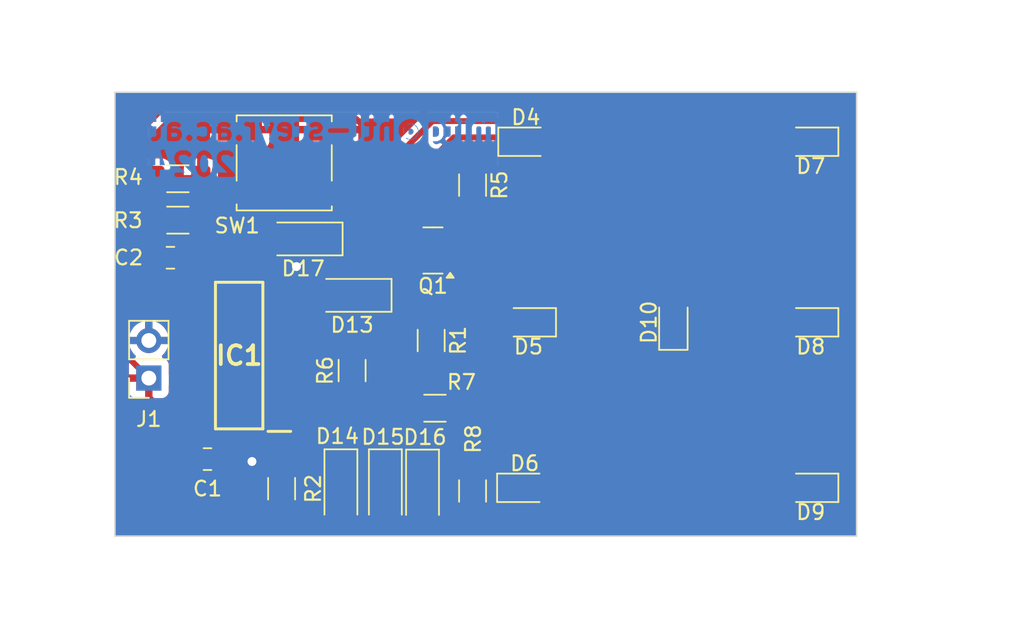
<source format=kicad_pcb>
(kicad_pcb (version 20240108) (generator "pcbnew") (generator_version "8.0")
  (layers (0 "F.Cu" signal) (31 "B.Cu" signal) (34 "B.Paste" user) (35 "F.Paste" user) (36 "B.SilkS" user "B.Silkscreen") (37 "F.SilkS" user "F.Silkscreen") (38 "B.Mask" user) (39 "F.Mask" user) (44 "Edge.Cuts" user))
  (net 0 "")
  (net 1 "+5V")
  (net 2 "GND")
  (net 3 "Net-(IC1-~{[Oslash]O})")
  (net 4 "Net-(C2-Pad2)")
  (net 5 "Net-(D4-K)")
  (net 6 "Net-(D5-K)")
  (net 7 "Net-(D15-K)")
  (net 8 "Net-(D6-K)")
  (net 9 "Net-(D6-A)")
  (net 10 "Net-(D8-K)")
  (net 11 "Net-(D9-K)")
  (net 12 "Net-(D10-K)")
  (net 13 "Net-(D10-A)")
  (net 14 "Net-(D13-A)")
  (net 15 "Net-(D14-K)")
  (net 16 "Net-(D14-A)")
  (net 17 "Net-(D16-A)")
  (net 22 "Net-(IC1-[Oslash]O)")
  (net 26 "Net-(Q1-B)")
  (footprint "Resistor_SMD:R_1206_3216Metric_Pad1.30x1.75mm_HandSolder" (layer "F.Cu") (at 212.09 62.992 -90)
    (property "Reference" "R1" (at 0 -1.82 -90) (layer "F.SilkS"))
    (property "Value" "470k")
    (fp_line (start -0.727064 0.91) (end 0.727064 0.91) (stroke (width 0.12)) (layer "F.SilkS"))
    (fp_line (start -0.727064 -0.91) (end 0.727064 -0.91) (stroke (width 0.12)) (layer "F.SilkS"))
    (pad "1" smd roundrect (at -1.55 0 270) (size 1.3 1.75) (layers "F.Cu" "F.Paste" "F.Mask") (roundrect_rratio 0.192308) (net 26 "Net-(Q1-B)"))
    (pad "2" smd roundrect (at 1.55 0 270) (size 1.3 1.75) (layers "F.Cu" "F.Paste" "F.Mask") (roundrect_rratio 0.192308) (net 7 "Net-(D15-K)"))
  )
  (footprint "LED_SMD:LED_0805_2012Metric_Pad1.15x1.40mm_HandSolder" (layer "F.Cu") (at 218.398827 72.939173)
    (property "Reference" "D6" (at 0 -1.65 0) (layer "F.SilkS"))
    (property "Value" "LED")
    (fp_line (start -1.86 -0.96) (end -1.86 0.96) (stroke (width 0.12)) (layer "F.SilkS"))
    (fp_line (start -1.86 0.96) (end 1 0.96) (stroke (width 0.12)) (layer "F.SilkS"))
    (fp_line (start 1 -0.96) (end -1.86 -0.96) (stroke (width 0.12)) (layer "F.SilkS"))
    (pad "1" smd roundrect (at -1.025 0) (size 1.15 1.4) (layers "F.Cu" "F.Paste" "F.Mask") (roundrect_rratio 0.217391) (net 8 "Net-(D6-K)"))
    (pad "2" smd roundrect (at 1.025 0) (size 1.15 1.4) (layers "F.Cu" "F.Paste" "F.Mask") (roundrect_rratio 0.217391) (net 9 "Net-(D6-A)"))
  )
  (footprint "LED_SMD:LED_0805_2012Metric_Pad1.15x1.40mm_HandSolder" (layer "F.Cu") (at 237.702827 72.939173 180)
    (property "Reference" "D9" (at 0 -1.65 180) (layer "F.SilkS"))
    (property "Value" "LED")
    (fp_line (start 1 -0.96) (end -1.86 -0.96) (stroke (width 0.12)) (layer "F.SilkS"))
    (fp_line (start -1.86 0.96) (end 1 0.96) (stroke (width 0.12)) (layer "F.SilkS"))
    (fp_line (start -1.86 -0.96) (end -1.86 0.96) (stroke (width 0.12)) (layer "F.SilkS"))
    (pad "1" smd roundrect (at -1.025 0 180) (size 1.15 1.4) (layers "F.Cu" "F.Paste" "F.Mask") (roundrect_rratio 0.217391) (net 11 "Net-(D9-K)"))
    (pad "2" smd roundrect (at 1.025 0 180) (size 1.15 1.4) (layers "F.Cu" "F.Paste" "F.Mask") (roundrect_rratio 0.217391) (net 5 "Net-(D4-K)"))
  )
  (footprint "LED_SMD:LED_0805_2012Metric_Pad1.15x1.40mm_HandSolder" (layer "F.Cu") (at 218.477327 49.571173)
    (property "Reference" "D4" (at 0 -1.65 0) (layer "F.SilkS"))
    (property "Value" "LED")
    (fp_line (start -1.86 -0.96) (end -1.86 0.96) (stroke (width 0.12)) (layer "F.SilkS"))
    (fp_line (start -1.86 0.96) (end 1 0.96) (stroke (width 0.12)) (layer "F.SilkS"))
    (fp_line (start 1 -0.96) (end -1.86 -0.96) (stroke (width 0.12)) (layer "F.SilkS"))
    (pad "1" smd roundrect (at -1.025 0) (size 1.15 1.4) (layers "F.Cu" "F.Paste" "F.Mask") (roundrect_rratio 0.217391) (net 5 "Net-(D4-K)"))
    (pad "2" smd roundrect (at 1.025 0) (size 1.15 1.4) (layers "F.Cu" "F.Paste" "F.Mask") (roundrect_rratio 0.217391) (net 1 "+5V"))
  )
  (footprint "Resistor_SMD:R_1206_3216Metric_Pad1.30x1.75mm_HandSolder" (layer "F.Cu") (at 214.884 73.152 -90)
    (property "Reference" "R8" (at -3.508377 -0.043211 -90) (layer "F.SilkS"))
    (property "Value" "390R")
    (fp_line (start -0.727064 0.91) (end 0.727064 0.91) (stroke (width 0.12)) (layer "F.SilkS"))
    (fp_line (start -0.727064 -0.91) (end 0.727064 -0.91) (stroke (width 0.12)) (layer "F.SilkS"))
    (pad "1" smd roundrect (at -1.55 0 270) (size 1.3 1.75) (layers "F.Cu" "F.Paste" "F.Mask") (roundrect_rratio 0.192308) (net 11 "Net-(D9-K)"))
    (pad "2" smd roundrect (at 1.55 0 270) (size 1.3 1.75) (layers "F.Cu" "F.Paste" "F.Mask") (roundrect_rratio 0.192308) (net 17 "Net-(D16-A)"))
  )
  (footprint "Resistor_SMD:R_1206_3216Metric_Pad1.30x1.75mm_HandSolder" (layer "F.Cu") (at 206.756 65.024 90)
    (property "Reference" "R6" (at 0 -1.82 90) (layer "F.SilkS"))
    (property "Value" "390R")
    (fp_line (start -0.727064 -0.91) (end 0.727064 -0.91) (stroke (width 0.12)) (layer "F.SilkS"))
    (fp_line (start -0.727064 0.91) (end 0.727064 0.91) (stroke (width 0.12)) (layer "F.SilkS"))
    (pad "1" smd roundrect (at -1.55 0 90) (size 1.3 1.75) (layers "F.Cu" "F.Paste" "F.Mask") (roundrect_rratio 0.192308) (net 8 "Net-(D6-K)"))
    (pad "2" smd roundrect (at 1.55 0 90) (size 1.3 1.75) (layers "F.Cu" "F.Paste" "F.Mask") (roundrect_rratio 0.192308) (net 14 "Net-(D13-A)"))
  )
  (footprint "Package_TO_SOT_SMD:SOT-23" (layer "F.Cu") (at 212.209126 56.913296 180)
    (property "Reference" "Q1" (at 0 -2.4 180) (layer "F.SilkS"))
    (property "Value" "BC857")
    (fp_line (start 0 1.56) (end 0.65 1.56) (stroke (width 0.12)) (layer "F.SilkS"))
    (fp_line (start 0 1.56) (end -0.65 1.56) (stroke (width 0.12)) (layer "F.SilkS"))
    (fp_line (start 0 -1.56) (end 0.65 -1.56) (stroke (width 0.12)) (layer "F.SilkS"))
    (fp_line (start 0 -1.56) (end -0.65 -1.56) (stroke (width 0.12)) (layer "F.SilkS"))
    (fp_poly (pts (xy -1.1625 -1.51) (xy -1.4025 -1.84) (xy -0.9225 -1.84) (xy -1.1625 -1.51)) (stroke (width 0.12)) (fill solid) (layer "F.SilkS"))
    (pad "1" smd roundrect (at -0.9375 -0.95 180) (size 1.475 0.6) (layers "F.Cu" "F.Paste" "F.Mask") (net 26 "Net-(Q1-B)"))
    (pad "2" smd roundrect (at -0.9375 0.95 180) (size 1.475 0.6) (layers "F.Cu" "F.Paste" "F.Mask") (net 1 "+5V"))
    (pad "3" smd roundrect (at 0.9375 0 180) (size 1.475 0.6) (layers "F.Cu" "F.Paste" "F.Mask") (net 13 "Net-(D10-A)"))
  )
  (footprint "LED_SMD:LED_0805_2012Metric_Pad1.15x1.40mm_HandSolder" (layer "F.Cu") (at 228.431827 61.763173 90)
    (property "Reference" "D10" (at 0 -1.65 90) (layer "F.SilkS"))
    (property "Value" "LED")
    (fp_line (start 1 -0.96) (end -1.86 -0.96) (stroke (width 0.12)) (layer "F.SilkS"))
    (fp_line (start -1.86 -0.96) (end -1.86 0.96) (stroke (width 0.12)) (layer "F.SilkS"))
    (fp_line (start -1.86 0.96) (end 1 0.96) (stroke (width 0.12)) (layer "F.SilkS"))
    (pad "1" smd roundrect (at -1.025 0 90) (size 1.15 1.4) (layers "F.Cu" "F.Paste" "F.Mask") (roundrect_rratio 0.217391) (net 12 "Net-(D10-K)"))
    (pad "2" smd roundrect (at 1.025 0 90) (size 1.15 1.4) (layers "F.Cu" "F.Paste" "F.Mask") (roundrect_rratio 0.217391) (net 13 "Net-(D10-A)"))
  )
  (footprint "SamacSys_Parts:SOIC127P600X175-16N" (layer "F.Cu") (at 199.136 64.008 180)
    (property "Reference" "IC1" (at 0 0 0) (layer "F.SilkS") (effects (font (size 1.27 1.27) (thickness 0.254))))
    (property "Value" "M74HC4060YRM13TR" (hide yes))
    (fp_line (start 1.6 4.95) (end -1.6 4.95) (stroke (width 0.2)) (layer "F.SilkS"))
    (fp_line (start 1.6 -4.95) (end 1.6 4.95) (stroke (width 0.2)) (layer "F.SilkS"))
    (fp_line (start -1.6 4.95) (end -1.6 -4.95) (stroke (width 0.2)) (layer "F.SilkS"))
    (fp_line (start -1.6 -4.95) (end 1.6 -4.95) (stroke (width 0.2)) (layer "F.SilkS"))
    (fp_line (start -3.475 -5.12) (end -1.95 -5.12) (stroke (width 0.2)) (layer "F.SilkS"))
    (pad "1" smd rect (at -2.712 -4.445 270) (size 0.65 1.525) (layers "F.Cu" "F.Paste" "F.Mask"))
    (pad "2" smd rect (at -2.712 -3.175 270) (size 0.65 1.525) (layers "F.Cu" "F.Paste" "F.Mask"))
    (pad "3" smd rect (at -2.712 -1.905 270) (size 0.65 1.525) (layers "F.Cu" "F.Paste" "F.Mask"))
    (pad "4" smd rect (at -2.712 -0.635 270) (size 0.65 1.525) (layers "F.Cu" "F.Paste" "F.Mask") (net 15 "Net-(D14-K)"))
    (pad "5" smd rect (at -2.712 0.635 270) (size 0.65 1.525) (layers "F.Cu" "F.Paste" "F.Mask") (net 7 "Net-(D15-K)"))
    (pad "6" smd rect (at -2.712 1.905 270) (size 0.65 1.525) (layers "F.Cu" "F.Paste" "F.Mask"))
    (pad "7" smd rect (at -2.712 3.175 270) (size 0.65 1.525) (layers "F.Cu" "F.Paste" "F.Mask") (net 14 "Net-(D13-A)"))
    (pad "8" smd rect (at -2.712 4.445 270) (size 0.65 1.525) (layers "F.Cu" "F.Paste" "F.Mask") (net 2 "GND"))
    (pad "9" smd rect (at 2.712 4.445 270) (size 0.65 1.525) (layers "F.Cu" "F.Paste" "F.Mask") (net 3 "Net-(IC1-~{[Oslash]O})"))
    (pad "10" smd rect (at 2.712 3.175 270) (size 0.65 1.525) (layers "F.Cu" "F.Paste" "F.Mask") (net 22 "Net-(IC1-[Oslash]O)"))
    (pad "11" smd rect (at 2.712 1.905 270) (size 0.65 1.525) (layers "F.Cu" "F.Paste" "F.Mask") (net 2 "GND"))
    (pad "12" smd rect (at 2.712 0.635 270) (size 0.65 1.525) (layers "F.Cu" "F.Paste" "F.Mask") (net 16 "Net-(D14-A)"))
    (pad "13" smd rect (at 2.712 -0.635 270) (size 0.65 1.525) (layers "F.Cu" "F.Paste" "F.Mask"))
    (pad "14" smd rect (at 2.712 -1.905 270) (size 0.65 1.525) (layers "F.Cu" "F.Paste" "F.Mask"))
    (pad "15" smd rect (at 2.712 -3.175 270) (size 0.65 1.525) (layers "F.Cu" "F.Paste" "F.Mask"))
    (pad "16" smd rect (at 2.712 -4.445 270) (size 0.65 1.525) (layers "F.Cu" "F.Paste" "F.Mask") (net 1 "+5V"))
  )
  (footprint "Capacitor_SMD:C_0805_2012Metric_Pad1.18x1.45mm_HandSolder" (layer "F.Cu") (at 194.5 57.404 180)
    (property "Reference" "C2" (at 2.824085 0.010684 180) (layer "F.SilkS"))
    (property "Value" "220p")
    (fp_line (start -0.261252 0.735) (end 0.261252 0.735) (stroke (width 0.12)) (layer "F.SilkS"))
    (fp_line (start -0.261252 -0.735) (end 0.261252 -0.735) (stroke (width 0.12)) (layer "F.SilkS"))
    (pad "1" smd roundrect (at -1.0375 0 180) (size 1.175 1.45) (layers "F.Cu" "F.Paste" "F.Mask") (roundrect_rratio 0.212766) (net 3 "Net-(IC1-~{[Oslash]O})"))
    (pad "2" smd roundrect (at 1.0375 0 180) (size 1.175 1.45) (layers "F.Cu" "F.Paste" "F.Mask") (roundrect_rratio 0.212766) (net 4 "Net-(C2-Pad2)"))
  )
  (footprint "LED_SMD:LED_0805_2012Metric_Pad1.15x1.40mm_HandSolder" (layer "F.Cu") (at 218.652827 61.763173 180)
    (property "Reference" "D5" (at 0 -1.65 180) (layer "F.SilkS"))
    (property "Value" "LED")
    (fp_line (start 1 -0.96) (end -1.86 -0.96) (stroke (width 0.12)) (layer "F.SilkS"))
    (fp_line (start -1.86 0.96) (end 1 0.96) (stroke (width 0.12)) (layer "F.SilkS"))
    (fp_line (start -1.86 -0.96) (end -1.86 0.96) (stroke (width 0.12)) (layer "F.SilkS"))
    (pad "1" smd roundrect (at -1.025 0 180) (size 1.15 1.4) (layers "F.Cu" "F.Paste" "F.Mask") (roundrect_rratio 0.217391) (net 6 "Net-(D5-K)"))
    (pad "2" smd roundrect (at 1.025 0 180) (size 1.15 1.4) (layers "F.Cu" "F.Paste" "F.Mask") (roundrect_rratio 0.217391) (net 7 "Net-(D15-K)"))
  )
  (footprint "Resistor_SMD:R_1206_3216Metric_Pad1.30x1.75mm_HandSolder" (layer "F.Cu") (at 212.344 67.564 180)
    (property "Reference" "R7" (at -1.78758 1.760164 180) (layer "F.SilkS"))
    (property "Value" "470R")
    (fp_line (start -0.727064 0.91) (end 0.727064 0.91) (stroke (width 0.12)) (layer "F.SilkS"))
    (fp_line (start -0.727064 -0.91) (end 0.727064 -0.91) (stroke (width 0.12)) (layer "F.SilkS"))
    (pad "1" smd roundrect (at -1.55 0 180) (size 1.3 1.75) (layers "F.Cu" "F.Paste" "F.Mask") (roundrect_rratio 0.192308) (net 12 "Net-(D10-K)"))
    (pad "2" smd roundrect (at 1.55 0 180) (size 1.3 1.75) (layers "F.Cu" "F.Paste" "F.Mask") (roundrect_rratio 0.192308) (net 15 "Net-(D14-K)"))
  )
  (footprint "Diode_SMD:D_MiniMELF" (layer "F.Cu") (at 209 73 -90)
    (property "Reference" "D15" (at -3.494748 0.1611 0) (layer "F.SilkS"))
    (property "Value" "LL4148")
    (fp_line (start -2.66 1.11) (end 1.75 1.11) (stroke (width 0.12)) (layer "F.SilkS"))
    (fp_line (start -2.66 -1.11) (end -2.66 1.11) (stroke (width 0.12)) (layer "F.SilkS"))
    (fp_line (start 1.75 -1.11) (end -2.66 -1.11) (stroke (width 0.12)) (layer "F.SilkS"))
    (pad "1" smd roundrect (at -1.75 0 270) (size 1.3 1.7) (layers "F.Cu" "F.Paste" "F.Mask") (roundrect_rratio 0.1923076923) (net 7 "Net-(D15-K)"))
    (pad "2" smd roundrect (at 1.75 0 270) (size 1.3 1.7) (layers "F.Cu" "F.Paste" "F.Mask") (roundrect_rratio 0.1923076923) (net 16 "Net-(D14-A)"))
  )
  (footprint "Resistor_SMD:R_1206_3216Metric_Pad1.30x1.75mm_HandSolder" (layer "F.Cu") (at 195 54.864 180)
    (property "Reference" "R3" (at 3.360119 -0.018944 180) (layer "F.SilkS"))
    (property "Value" "220k")
    (fp_line (start -0.727064 0.91) (end 0.727064 0.91) (stroke (width 0.12)) (layer "F.SilkS"))
    (fp_line (start -0.727064 -0.91) (end 0.727064 -0.91) (stroke (width 0.12)) (layer "F.SilkS"))
    (pad "1" smd roundrect (at -1.55 0 180) (size 1.3 1.75) (layers "F.Cu" "F.Paste" "F.Mask") (roundrect_rratio 0.192308) (net 22 "Net-(IC1-[Oslash]O)"))
    (pad "2" smd roundrect (at 1.55 0 180) (size 1.3 1.75) (layers "F.Cu" "F.Paste" "F.Mask") (roundrect_rratio 0.192308) (net 4 "Net-(C2-Pad2)"))
  )
  (footprint "Resistor_SMD:R_1206_3216Metric_Pad1.30x1.75mm_HandSolder" (layer "F.Cu") (at 195 52.07 180)
    (property "Reference" "R4" (at 3.348108 0.105813 180) (layer "F.SilkS"))
    (property "Value" "470k")
    (fp_line (start -0.727064 0.91) (end 0.727064 0.91) (stroke (width 0.12)) (layer "F.SilkS"))
    (fp_line (start -0.727064 -0.91) (end 0.727064 -0.91) (stroke (width 0.12)) (layer "F.SilkS"))
    (pad "1" smd roundrect (at -1.55 0 180) (size 1.3 1.75) (layers "F.Cu" "F.Paste" "F.Mask") (roundrect_rratio 0.192308) (net 2 "GND"))
    (pad "2" smd roundrect (at 1.55 0 180) (size 1.3 1.75) (layers "F.Cu" "F.Paste" "F.Mask") (roundrect_rratio 0.192308) (net 4 "Net-(C2-Pad2)"))
  )
  (footprint "Resistor_SMD:R_1206_3216Metric_Pad1.30x1.75mm_HandSolder" (layer "F.Cu") (at 214.884 52.5 -90)
    (property "Reference" "R5" (at 0 -1.82 -90) (layer "F.SilkS"))
    (property "Value" "390R")
    (fp_line (start -0.727064 0.91) (end 0.727064 0.91) (stroke (width 0.12)) (layer "F.SilkS"))
    (fp_line (start -0.727064 -0.91) (end 0.727064 -0.91) (stroke (width 0.12)) (layer "F.SilkS"))
    (pad "1" smd roundrect (at -1.55 0 270) (size 1.3 1.75) (layers "F.Cu" "F.Paste" "F.Mask") (roundrect_rratio 0.192308) (net 14 "Net-(D13-A)"))
    (pad "2" smd roundrect (at 1.55 0 270) (size 1.3 1.75) (layers "F.Cu" "F.Paste" "F.Mask") (roundrect_rratio 0.192308) (net 10 "Net-(D8-K)"))
  )
  (footprint "Diode_SMD:D_MiniMELF" (layer "F.Cu") (at 211.507969 73.019008 -90)
    (property "Reference" "D16" (at -3.496459 -0.167531 0) (layer "F.SilkS"))
    (property "Value" "LL4148")
    (fp_line (start -2.66 1.11) (end 1.75 1.11) (stroke (width 0.12)) (layer "F.SilkS"))
    (fp_line (start -2.66 -1.11) (end -2.66 1.11) (stroke (width 0.12)) (layer "F.SilkS"))
    (fp_line (start 1.75 -1.11) (end -2.66 -1.11) (stroke (width 0.12)) (layer "F.SilkS"))
    (pad "1" smd roundrect (at -1.75 0 270) (size 1.3 1.7) (layers "F.Cu" "F.Paste" "F.Mask") (roundrect_rratio 0.1923076923) (net 7 "Net-(D15-K)"))
    (pad "2" smd roundrect (at 1.75 0 270) (size 1.3 1.7) (layers "F.Cu" "F.Paste" "F.Mask") (roundrect_rratio 0.1923076923) (net 17 "Net-(D16-A)"))
  )
  (footprint "LED_SMD:LED_0805_2012Metric_Pad1.15x1.40mm_HandSolder" (layer "F.Cu") (at 237.702827 61.763173 180)
    (property "Reference" "D8" (at 0 -1.65 180) (layer "F.SilkS"))
    (property "Value" "LED")
    (fp_line (start 1 -0.96) (end -1.86 -0.96) (stroke (width 0.12)) (layer "F.SilkS"))
    (fp_line (start -1.86 0.96) (end 1 0.96) (stroke (width 0.12)) (layer "F.SilkS"))
    (fp_line (start -1.86 -0.96) (end -1.86 0.96) (stroke (width 0.12)) (layer "F.SilkS"))
    (pad "1" smd roundrect (at -1.025 0 180) (size 1.15 1.4) (layers "F.Cu" "F.Paste" "F.Mask") (roundrect_rratio 0.217391) (net 10 "Net-(D8-K)"))
    (pad "2" smd roundrect (at 1.025 0 180) (size 1.15 1.4) (layers "F.Cu" "F.Paste" "F.Mask") (roundrect_rratio 0.217391) (net 6 "Net-(D5-K)"))
  )
  (footprint "LED_SMD:LED_0805_2012Metric_Pad1.15x1.40mm_HandSolder" (layer "F.Cu") (at 237.702827 49.571173 180)
    (property "Reference" "D7" (at 0 -1.65 180) (layer "F.SilkS"))
    (property "Value" "LED")
    (fp_line (start 1 -0.96) (end -1.86 -0.96) (stroke (width 0.12)) (layer "F.SilkS"))
    (fp_line (start -1.86 0.96) (end 1 0.96) (stroke (width 0.12)) (layer "F.SilkS"))
    (fp_line (start -1.86 -0.96) (end -1.86 0.96) (stroke (width 0.12)) (layer "F.SilkS"))
    (pad "1" smd roundrect (at -1.025 0 180) (size 1.15 1.4) (layers "F.Cu" "F.Paste" "F.Mask") (roundrect_rratio 0.217391) (net 9 "Net-(D6-A)"))
    (pad "2" smd roundrect (at 1.025 0 180) (size 1.15 1.4) (layers "F.Cu" "F.Paste" "F.Mask") (roundrect_rratio 0.217391) (net 1 "+5V"))
  )
  (footprint "Resistor_SMD:R_1206_3216Metric_Pad1.30x1.75mm_HandSolder" (layer "F.Cu") (at 202 73 90)
    (property "Reference" "R2" (at 0 2.134 270) (layer "F.SilkS"))
    (property "Value" "10k")
    (fp_line (start -0.727064 -0.91) (end 0.727064 -0.91) (stroke (width 0.12)) (layer "F.SilkS"))
    (fp_line (start -0.727064 0.91) (end 0.727064 0.91) (stroke (width 0.12)) (layer "F.SilkS"))
    (pad "1" smd roundrect (at -1.55 0 90) (size 1.3 1.75) (layers "F.Cu" "F.Paste" "F.Mask") (roundrect_rratio 0.192308) (net 1 "+5V"))
    (pad "2" smd roundrect (at 1.55 0 90) (size 1.3 1.75) (layers "F.Cu" "F.Paste" "F.Mask") (roundrect_rratio 0.192308) (net 16 "Net-(D14-A)"))
  )
  (footprint "Diode_SMD:D_MiniMELF" (layer "F.Cu") (at 206.756 59.944 180)
    (property "Reference" "D13" (at 0 -2 180) (layer "F.SilkS"))
    (property "Value" "LL4148")
    (fp_line (start 1.75 -1.11) (end -2.66 -1.11) (stroke (width 0.12)) (layer "F.SilkS"))
    (fp_line (start -2.66 1.11) (end 1.75 1.11) (stroke (width 0.12)) (layer "F.SilkS"))
    (fp_line (start -2.66 -1.11) (end -2.66 1.11) (stroke (width 0.12)) (layer "F.SilkS"))
    (pad "1" smd roundrect (at -1.75 0 180) (size 1.3 1.7) (layers "F.Cu" "F.Paste" "F.Mask") (roundrect_rratio 0.1923076923) (net 13 "Net-(D10-A)"))
    (pad "2" smd roundrect (at 1.75 0 180) (size 1.3 1.7) (layers "F.Cu" "F.Paste" "F.Mask") (roundrect_rratio 0.1923076923) (net 14 "Net-(D13-A)"))
  )
  (footprint "Button_Switch_SMD:SW_Push_1P1T_NO_CK_KSC6xxJ" (layer "F.Cu") (at 202.175009 51)
    (property "Reference" "SW1" (at -3.175009 4.24 0) (layer "F.SilkS"))
    (property "Value" "SW_Push")
    (fp_line (start -3.21 -3.21) (end -3.21 -2.8) (stroke (width 0.12)) (layer "F.SilkS"))
    (fp_line (start -3.21 -1.2) (end -3.21 1.2) (stroke (width 0.12)) (layer "F.SilkS"))
    (fp_line (start -3.21 2.8) (end -3.21 3.21) (stroke (width 0.12)) (layer "F.SilkS"))
    (fp_line (start -3.21 3.21) (end 3.21 3.21) (stroke (width 0.12)) (layer "F.SilkS"))
    (fp_line (start 3.21 -3.21) (end -3.21 -3.21) (stroke (width 0.12)) (layer "F.SilkS"))
    (fp_line (start 3.21 -2.8) (end 3.21 -3.21) (stroke (width 0.12)) (layer "F.SilkS"))
    (fp_line (start 3.21 1.2) (end 3.21 -1.2) (stroke (width 0.12)) (layer "F.SilkS"))
    (fp_line (start 3.21 3.21) (end 3.21 2.93) (stroke (width 0.12)) (layer "F.SilkS"))
    (pad "1" smd rect (at -3 -2.25) (size 3 1.5) (layers "F.Cu" "F.Paste" "F.Mask") (net 2 "GND"))
    (pad "1" smd rect (at 3 -2.25) (size 3 1.5) (layers "F.Cu" "F.Paste" "F.Mask") (net 2 "GND"))
    (pad "2" smd rect (at -3 2.25) (size 3 1.5) (layers "F.Cu" "F.Paste" "F.Mask") (net 2 "GND"))
    (pad "2" smd rect (at 3 2.25) (size 3 1.5) (layers "F.Cu" "F.Paste" "F.Mask") (net 2 "GND"))
  )
  (footprint "Diode_SMD:D_MiniMELF" (layer "F.Cu") (at 206 73 -90)
    (property "Reference" "D14" (at -3.546637 0.239848 0) (layer "F.SilkS"))
    (property "Value" "LL4148")
    (fp_line (start -2.66 1.11) (end 1.75 1.11) (stroke (width 0.12)) (layer "F.SilkS"))
    (fp_line (start -2.66 -1.11) (end -2.66 1.11) (stroke (width 0.12)) (layer "F.SilkS"))
    (fp_line (start 1.75 -1.11) (end -2.66 -1.11) (stroke (width 0.12)) (layer "F.SilkS"))
    (pad "1" smd roundrect (at -1.75 0 270) (size 1.3 1.7) (layers "F.Cu" "F.Paste" "F.Mask") (roundrect_rratio 0.1923076923) (net 15 "Net-(D14-K)"))
    (pad "2" smd roundrect (at 1.75 0 270) (size 1.3 1.7) (layers "F.Cu" "F.Paste" "F.Mask") (roundrect_rratio 0.1923076923) (net 16 "Net-(D14-A)"))
  )
  (footprint "Connector_PinSocket_2.54mm:PinSocket_1x02_P2.54mm_Vertical" (layer "F.Cu") (at 193.04 65.532 180)
    (property "Reference" "J1" (at 0 -2.77 0) (layer "F.SilkS"))
    (property "Value" "PINHD_1x2_Female")
    (fp_line (start 1.33 1.27) (end 1.33 3.87) (stroke (width 0.12)) (layer "F.SilkS"))
    (fp_line (start 1.33 -1.33) (end 1.33 0) (stroke (width 0.12)) (layer "F.SilkS"))
    (fp_line (start 0 -1.33) (end 1.33 -1.33) (stroke (width 0.12)) (layer "F.SilkS"))
    (fp_line (start -1.33 3.87) (end 1.33 3.87) (stroke (width 0.12)) (layer "F.SilkS"))
    (fp_line (start -1.33 1.27) (end 1.33 1.27) (stroke (width 0.12)) (layer "F.SilkS"))
    (fp_line (start -1.33 1.27) (end -1.33 3.87) (stroke (width 0.12)) (layer "F.SilkS"))
    (pad "1" thru_hole rect (at 0 0 180) (size 1.7 1.7) (drill 1) (layers "*.Cu" "*.Mask") (net 1 "+5V"))
    (pad "2" thru_hole oval (at 0 2.54 180) (size 1.7 1.7) (drill 1) (layers "*.Cu" "*.Mask") (net 2 "GND"))
  )
  (footprint "Capacitor_SMD:C_0805_2012Metric_Pad1.18x1.45mm_HandSolder" (layer "F.Cu") (at 197 71)
    (property "Reference" "C1" (at 0 2 0) (layer "F.SilkS"))
    (property "Value" "100n")
    (fp_line (start -0.261252 -0.735) (end 0.261252 -0.735) (stroke (width 0.12)) (layer "F.SilkS"))
    (fp_line (start -0.261252 0.735) (end 0.261252 0.735) (stroke (width 0.12)) (layer "F.SilkS"))
    (pad "1" smd roundrect (at -1.0375 0) (size 1.175 1.45) (layers "F.Cu" "F.Paste" "F.Mask") (roundrect_rratio 0.212766) (net 1 "+5V"))
    (pad "2" smd roundrect (at 1.0375 0) (size 1.175 1.45) (layers "F.Cu" "F.Paste" "F.Mask") (roundrect_rratio 0.212766) (net 2 "GND"))
  )
  (footprint "Diode_SMD:D_MiniMELF" (layer "F.Cu") (at 203.454 56.134 180)
    (property "Reference" "D17" (at 0 -2 180) (layer "F.SilkS"))
    (property "Value" "LL4148")
    (fp_line (start 1.75 -1.11) (end -2.66 -1.11) (stroke (width 0.12)) (layer "F.SilkS"))
    (fp_line (start -2.66 1.11) (end 1.75 1.11) (stroke (width 0.12)) (layer "F.SilkS"))
    (fp_line (start -2.66 -1.11) (end -2.66 1.11) (stroke (width 0.12)) (layer "F.SilkS"))
    (pad "1" smd roundrect (at -1.75 0 180) (size 1.3 1.7) (layers "F.Cu" "F.Paste" "F.Mask") (roundrect_rratio 0.1923076923) (net 14 "Net-(D13-A)"))
    (pad "2" smd roundrect (at 1.75 0 180) (size 1.3 1.7) (layers "F.Cu" "F.Paste" "F.Mask") (roundrect_rratio 0.1923076923) (net 17 "Net-(D16-A)"))
  )
  (gr_rect (start 190.754 46.228) (end 240.792 76.2) (stroke (width 0.1)) (fill none) (layer "Edge.Cuts"))
  (gr_text "mitg@htl-steyr.ac.at\n2024" (at 193 52 0) (layer "B.Cu" knockout) (effects (font (size 1.5 1.5) (thickness 0.3) (bold yes)) (justify right bottom mirror)))
  (segment (start 213.2815 53.4185) (end 213.2815 55.946) (width 0.4) (layer "F.Cu") (net 1))
  (segment (start 191.516 49.784) (end 191.516 64.008) (width 0.4) (layer "F.Cu") (net 1))
  (segment (start 219.414827 49.571173) (end 219.414827 51.585173) (width 0.4) (layer "F.Cu") (net 1))
  (segment (start 193.04 66.802) (end 193.04 65.532) (width 0.4) (layer "F.Cu") (net 1))
  (segment (start 219.414827 51.585173) (end 218.5 52.5) (width 0.4) (layer "F.Cu") (net 1))
  (segment (start 231.606827 49.571173) (end 234.654827 49.571173) (width 0.4) (layer "F.Cu") (net 1))
  (segment (start 194.162 47.138) (end 191.516 49.784) (width 0.4) (layer "F.Cu") (net 1))
  (segment (start 208.6615 47.138) (end 194.162 47.138) (width 0.4) (layer "F.Cu") (net 1))
  (segment (start 219.139457 47.139457) (end 219.414827 47.414827) (width 0.4) (layer "F.Cu") (net 1))
  (segment (start 196.424 68.453) (end 196.4035 68.4325) (width 0.4) (layer "F.Cu") (net 1))
  (segment (start 219.414827 47.414827) (end 219.414827 49.571173) (width 0.4) (layer "F.Cu") (net 1))
  (segment (start 208.704543 47.139457) (end 219.139457 47.139457) (width 0.4) (layer "F.Cu") (net 1))
  (segment (start 196.4035 68.4325) (end 194.6705 68.4325) (width 0.4) (layer "F.Cu") (net 1))
  (segment (start 191.516 64.008) (end 193.04 65.532) (width 0.4) (layer "F.Cu") (net 1))
  (segment (start 218.5 52.5) (end 214.2 52.5) (width 0.4) (layer "F.Cu") (net 1))
  (segment (start 234.654827 49.571173) (end 236.765327 49.571173) (width 0.4) (layer "F.Cu") (net 1))
  (segment (start 214.2 52.5) (end 213.2815 53.4185) (width 0.4) (layer "F.Cu") (net 1))
  (segment (start 194.6705 68.4325) (end 193.04 66.802) (width 0.4) (layer "F.Cu") (net 1))
  (segment (start 219.414827 49.571173) (end 231.606827 49.571173) (width 0.4) (layer "F.Cu") (net 1))
  (segment (start 208.28 52.324) (end 206.502 54.102) (width 0.4) (layer "F.Cu") (net 2))
  (segment (start 198.882 53.543009) (end 199.175009 53.25) (width 0.4) (layer "F.Cu") (net 2))
  (segment (start 194 60) (end 194 59) (width 0.4) (layer "F.Cu") (net 2))
  (segment (start 203.454 55.118) (end 203.454 57.957) (width 0.4) (layer "F.Cu") (net 2))
  (segment (start 197.25 53.25) (end 199.175009 53.25) (width 0.4) (layer "F.Cu") (net 2))
  (segment (start 198.882 61.214) (end 198.882 53.543009) (width 0.4) (layer "F.Cu") (net 2))
  (segment (start 195.404 48.038) (end 207.038 48.038) (width 0.4) (layer "F.Cu") (net 2))
  (segment (start 194 59) (end 194.55 58.45) (width 0.4) (layer "F.Cu") (net 2))
  (segment (start 196.424 62.103) (end 197.993 62.103) (width 0.4) (layer "F.Cu") (net 2))
  (segment (start 204.47 54.102) (end 203.454 55.118) (width 0.4) (layer "F.Cu") (net 2))
  (segment (start 199.838 71) (end 200 71.162) (width 0.4) (layer "F.Cu") (net 2))
  (segment (start 196.55 52.55) (end 197.25 53.25) (width 0.4) (layer "F.Cu") (net 2))
  (segment (start 201.848 59.152) (end 203 58) (width 0.4) (layer "F.Cu") (net 2))
  (segment (start 193.04 62.992) (end 193 62.952) (width 0.4) (layer "F.Cu") (net 2))
  (segment (start 196.55 52.07) (end 196.55 52.55) (width 0.4) (layer "F.Cu") (net 2))
  (segment (start 201.848 59.563) (end 201.848 59.152) (width 0.4) (layer "F.Cu") (net 2))
  (segment (start 195 56.202834) (end 195 48.442) (width 0.4) (layer "F.Cu") (net 2))
  (segment (start 194.55 56.652834) (end 195 56.202834) (width 0.4) (layer "F.Cu") (net 2))
  (segment (start 197.993 62.103) (end 198.882 61.214) (width 0.4) (layer "F.Cu") (net 2))
  (segment (start 208.28 49.28) (end 208.28 52.324) (width 0.4) (layer "F.Cu") (net 2))
  (segment (start 193 62.952) (end 193 61) (width 0.4) (layer "F.Cu") (net 2))
  (segment (start 198.0375 71) (end 199.838 71) (width 0.4) (layer "F.Cu") (net 2))
  (segment (start 193 61) (end 194 60) (width 0.4) (layer "F.Cu") (net 2))
  (segment (start 199.175009 53.25) (end 205.175009 53.25) (width 0.4) (layer "F.Cu") (net 2))
  (segment (start 195 48.442) (end 195.404 48.038) (width 0.4) (layer "F.Cu") (net 2))
  (segment (start 207.038 48.038) (end 208.28 49.28) (width 0.4) (layer "F.Cu") (net 2))
  (segment (start 194.55 58.45) (end 194.55 56.652834) (width 0.4) (layer "F.Cu") (net 2))
  (segment (start 206.502 54.102) (end 204.47 54.102) (width 0.4) (layer "F.Cu") (net 2))
  (via (at 200 71.162) (size 1.6) (drill 0.6) (layers "F.Cu" "B.Cu") (net 2))
  (via (at 203 58) (size 1.6) (drill 0.6) (layers "F.Cu" "B.Cu") (net 2))
  (segment (start 195.26 57.404) (end 196.424 58.568) (width 0.4) (layer "F.Cu") (net 3))
  (segment (start 196.424 58.568) (end 196.424 59.563) (width 0.4) (layer "F.Cu") (net 3))
  (segment (start 193.3555 52.07) (end 193.548 52.2625) (width 0.4) (layer "F.Cu") (net 4))
  (segment (start 193.548 57.216) (end 193.36 57.404) (width 0.4) (layer "F.Cu") (net 4))
  (segment (start 193.548 52.2625) (end 193.548 57.216) (width 0.4) (layer "F.Cu") (net 4))
  (segment (start 211.328 51.562) (end 211.328 53.34) (width 0.4) (layer "F.Cu") (net 5))
  (segment (start 217.539827 49.571173) (end 217.244654 49.276) (width 0.4) (layer "F.Cu") (net 5))
  (segment (start 211.328 53.34) (end 206.756 57.912) (width 0.4) (layer "F.Cu") (net 5))
  (segment (start 212.852 69.342) (end 233.168154 69.342) (width 0.4) (layer "F.Cu") (net 5))
  (segment (start 215.5569 65.532) (end 213.614 65.532) (width 0.4) (layer "F.Cu") (net 5))
  (segment (start 206.756 57.912) (end 206.756 60.706) (width 0.4) (layer "F.Cu") (net 5))
  (segment (start 213.484239 62.992) (end 215.813066 60.663173) (width 0.4) (layer "F.Cu") (net 5))
  (segment (start 212.844 69.334) (end 212.852 69.342) (width 0.4) (layer "F.Cu") (net 5))
  (segment (start 212.844 66.302) (end 212.844 69.334) (width 0.4) (layer "F.Cu") (net 5))
  (segment (start 206.756 60.706) (end 209.042 62.992) (width 0.4) (layer "F.Cu") (net 5))
  (segment (start 217.244654 49.276) (end 213.614 49.276) (width 0.4) (layer "F.Cu") (net 5))
  (segment (start 218.225727 60.663173) (end 218.602827 61.040273) (width 0.4) (layer "F.Cu") (net 5))
  (segment (start 209.042 62.992) (end 213.484239 62.992) (width 0.4) (layer "F.Cu") (net 5))
  (segment (start 233.168154 69.342) (end 236.765327 72.939173) (width 0.4) (layer "F.Cu") (net 5))
  (segment (start 218.602827 61.040273) (end 218.602827 62.486073) (width 0.4) (layer "F.Cu") (net 5))
  (segment (start 215.813066 60.663173) (end 218.225727 60.663173) (width 0.4) (layer "F.Cu") (net 5))
  (segment (start 213.614 49.276) (end 211.328 51.562) (width 0.4) (layer "F.Cu") (net 5))
  (segment (start 213.614 65.532) (end 212.844 66.302) (width 0.4) (layer "F.Cu") (net 5))
  (segment (start 218.602827 62.486073) (end 215.5569 65.532) (width 0.4) (layer "F.Cu") (net 5))
  (segment (start 219.590327 61.763173) (end 233.638827 61.763173) (width 0.4) (layer "F.Cu") (net 6))
  (segment (start 233.638827 61.763173) (end 236.765327 61.763173) (width 0.4) (layer "F.Cu") (net 6))
  (segment (start 212.09 64.4545) (end 212.0205 64.524) (width 0.4) (layer "F.Cu") (net 7))
  (segment (start 212.0205 64.524) (end 204.986 64.524) (width 0.4) (layer "F.Cu") (net 7))
  (segment (start 203.835 63.373) (end 201.848 63.373) (width 0.4) (layer "F.Cu") (net 7))
  (segment (start 217.715327 61.763173) (end 216.366827 61.763173) (width 0.4) (layer "F.Cu") (net 7))
  (segment (start 204.986 64.524) (end 203.835 63.373) (width 0.4) (layer "F.Cu") (net 7))
  (segment (start 209 71.25) (end 211.734 71.25) (width 0.4) (layer "F.Cu") (net 7))
  (segment (start 213.6755 64.4545) (end 212.09 64.4545) (width 0.4) (layer "F.Cu") (net 7))
  (segment (start 216.366827 61.763173) (end 213.6755 64.4545) (width 0.4) (layer "F.Cu") (net 7))
  (segment (start 211.844 71.14) (end 211.844 64.7005) (width 0.4) (layer "F.Cu") (net 7))
  (segment (start 211.734 71.25) (end 211.844 71.14) (width 0.4) (layer "F.Cu") (net 7))
  (segment (start 211.844 64.7005) (end 212.09 64.4545) (width 0.4) (layer "F.Cu") (net 7))
  (segment (start 207.652 67.47) (end 207.652 72.240083) (width 0.4) (layer "F.Cu") (net 8))
  (segment (start 206.756 66.574) (end 207.652 67.47) (width 0.4) (layer "F.Cu") (net 8))
  (segment (start 207.652 72.240083) (end 208.35109 72.939173) (width 0.4) (layer "F.Cu") (net 8))
  (segment (start 208.35109 72.939173) (end 217.461327 72.939173) (width 0.4) (layer "F.Cu") (net 8))
  (segment (start 238.640327 49.571173) (end 239.776 50.706846) (width 0.4) (layer "F.Cu") (net 9))
  (segment (start 239.776 73.66) (end 238.76 74.676) (width 0.4) (layer "F.Cu") (net 9))
  (segment (start 239.776 50.706846) (end 239.776 73.66) (width 0.4) (layer "F.Cu") (net 9))
  (segment (start 221.073154 74.676) (end 219.336327 72.939173) (width 0.4) (layer "F.Cu") (net 9))
  (segment (start 238.76 74.676) (end 221.073154 74.676) (width 0.4) (layer "F.Cu") (net 9))
  (segment (start 214.884 54.2945) (end 232.815327 54.2945) (width 0.4) (layer "F.Cu") (net 10))
  (segment (start 232.815327 54.2945) (end 238.640327 60.1195) (width 0.4) (layer "F.Cu") (net 10))
  (segment (start 238.640327 60.1195) (end 238.640327 61.763173) (width 0.4) (layer "F.Cu") (net 10))
  (segment (start 215.1995 71.374) (end 229.374 71.374) (width 0.4) (layer "F.Cu") (net 11))
  (segment (start 214.884 71.6895) (end 215.1995 71.374) (width 0.4) (layer "F.Cu") (net 11))
  (segment (start 232.039173 74.039173) (end 237.540327 74.039173) (width 0.4) (layer "F.Cu") (net 11))
  (segment (start 237.540327 74.039173) (end 238.640327 72.939173) (width 0.4) (layer "F.Cu") (net 11))
  (segment (start 229.374 71.374) (end 232.039173 74.039173) (width 0.4) (layer "F.Cu") (net 11))
  (segment (start 228.383327 62.700673) (end 228.431827 62.700673) (width 0.4) (layer "F.Cu") (net 12))
  (segment (start 223.52 67.564) (end 228.383327 62.700673) (width 0.4) (layer "F.Cu") (net 12))
  (segment (start 213.8065 67.564) (end 223.52 67.564) (width 0.4) (layer "F.Cu") (net 12))
  (segment (start 210.058 56.896) (end 211.4065 56.896) (width 0.4) (layer "F.Cu") (net 13))
  (segment (start 208.506 59.944) (end 208.506 58.448) (width 0.4) (layer "F.Cu") (net 13))
  (segment (start 208.506 58.448) (end 210.058 56.896) (width 0.4) (layer "F.Cu") (net 13))
  (segment (start 228.211673 60.825673) (end 228.431827 60.825673) (width 0.4) (layer "F.Cu") (net 13))
  (segment (start 224.282 56.896) (end 228.211673 60.825673) (width 0.4) (layer "F.Cu") (net 13))
  (segment (start 211.4065 56.896) (end 224.282 56.896) (width 0.4) (layer "F.Cu") (net 13))
  (segment (start 203.327 60.833) (end 201.848 60.833) (width 0.4) (layer "F.Cu") (net 14))
  (segment (start 206.5635 63.5615) (end 204.47 61.468) (width 0.4) (layer "F.Cu") (net 14))
  (segment (start 210 52.89) (end 210 50.35) (width 0.4) (layer "F.Cu") (net 14))
  (segment (start 204.47 58.166) (end 204.47 60.833) (width 0.4) (layer "F.Cu") (net 14))
  (segment (start 217.452421 51.3695) (end 214.884 51.3695) (width 0.4) (layer "F.Cu") (net 14))
  (segment (start 204.47 61.468) (end 204.47 60.833) (width 0.4) (layer "F.Cu") (net 14))
  (segment (start 205.204 56.134) (end 206.756 56.134) (width 0.4) (layer "F.Cu") (net 14))
  (segment (start 204.47 60.833) (end 203.327 60.833) (width 0.4) (layer "F.Cu") (net 14))
  (segment (start 218.48657 48.52038) (end 218.48657 50.335351) (width 0.4) (layer "F.Cu") (net 14))
  (segment (start 218.48657 50.335351) (end 217.452421 51.3695) (width 0.4) (layer "F.Cu") (net 14))
  (segment (start 206.756 56.134) (end 210 52.89) (width 0.4) (layer "F.Cu") (net 14))
  (segment (start 205.204 57.432) (end 204.47 58.166) (width 0.4) (layer "F.Cu") (net 14))
  (segment (start 218.14219 48.176) (end 218.48657 48.52038) (width 0.4) (layer "F.Cu") (net 14))
  (segment (start 206.756 63.5615) (end 206.5635 63.5615) (width 0.4) (layer "F.Cu") (net 14))
  (segment (start 212.174 48.176) (end 218.14219 48.176) (width 0.4) (layer "F.Cu") (net 14))
  (segment (start 210 50.35) (end 212.174 48.176) (width 0.4) (layer "F.Cu") (net 14))
  (segment (start 205.204 56.134) (end 205.204 57.432) (width 0.4) (layer "F.Cu") (net 14))
  (segment (start 207.772 65.278) (end 207.926 65.124) (width 0.4) (layer "F.Cu") (net 15))
  (segment (start 201.848 64.643) (end 204.089 64.643) (width 0.4) (layer "F.Cu") (net 15))
  (segment (start 210.8815 65.8815) (end 210.8815 67.564) (width 0.4) (layer "F.Cu") (net 15))
  (segment (start 206 71.25) (end 206 70.6) (width 0.4) (layer "F.Cu") (net 15))
  (segment (start 204.724 65.278) (end 207.772 65.278) (width 0.4) (layer "F.Cu") (net 15))
  (segment (start 207.926 65.124) (end 210.124 65.124) (width 0.4) (layer "F.Cu") (net 15))
  (segment (start 206 70.6) (end 204.724 69.324) (width 0.4) (layer "F.Cu") (net 15))
  (segment (start 204.724 69.324) (end 204.724 65.278) (width 0.4) (layer "F.Cu") (net 15))
  (segment (start 210.124 65.124) (end 210.8815 65.8815) (width 0.4) (layer "F.Cu") (net 15))
  (segment (start 204.089 64.643) (end 204.724 65.278) (width 0.4) (layer "F.Cu") (net 15))
  (segment (start 202 71.45) (end 203.425306 71.45) (width 0.4) (layer "F.Cu") (net 16))
  (segment (start 196.424 63.373) (end 197.993 63.373) (width 0.4) (layer "F.Cu") (net 16))
  (segment (start 203.425306 71.45) (end 204 72.024694) (width 0.4) (layer "F.Cu") (net 16))
  (segment (start 199.136 69.723) (end 199.375 69.962) (width 0.4) (layer "F.Cu") (net 16))
  (segment (start 204 74.152) (end 204.598 74.75) (width 0.4) (layer "F.Cu") (net 16))
  (segment (start 197.993 63.373) (end 199.136 64.516) (width 0.4) (layer "F.Cu") (net 16))
  (segment (start 208.848 74.75) (end 209 74.902) (width 0.4) (layer "F.Cu") (net 16))
  (segment (start 206 74.75) (end 208.848 74.75) (width 0.4) (layer "F.Cu") (net 16))
  (segment (start 204.598 74.75) (end 206 74.75) (width 0.4) (layer "F.Cu") (net 16))
  (segment (start 199.136 64.516) (end 199.136 69.723) (width 0.4) (layer "F.Cu") (net 16))
  (segment (start 204 72.024694) (end 204 74.152) (width 0.4) (layer "F.Cu") (net 16))
  (segment (start 200.512 69.962) (end 202 71.45) (width 0.4) (layer "F.Cu") (net 16))
  (segment (start 199.375 69.962) (end 200.512 69.962) (width 0.4) (layer "F.Cu") (net 16))
  (segment (start 214.5685 74.93) (end 214.884 74.6145) (width 0.4) (layer "F.Cu") (net 17))
  (segment (start 199.828 68.764) (end 200.426 69.362) (width 0.4) (layer "F.Cu") (net 17))
  (segment (start 204 70) (end 204 71.176166) (width 0.4) (layer "F.Cu") (net 17))
  (segment (start 203.362 69.362) (end 204 70) (width 0.4) (layer "F.Cu") (net 17))
  (segment (start 210.278134 73.539173) (end 211.507969 74.769008) (width 0.4) (layer "F.Cu") (net 17))
  (segment (start 212.118 74.93) (end 214.5685 74.93) (width 0.4) (layer "F.Cu") (net 17))
  (segment (start 201.704 56.134) (end 201.704 56.36) (width 0.4) (layer "F.Cu") (net 17))
  (segment (start 211.482 75.002) (end 211.836 74.648) (width 0.4) (layer "F.Cu") (net 17))
  (segment (start 206.363007 73.539173) (end 210.278134 73.539173) (width 0.4) (layer "F.Cu") (net 17))
  (segment (start 200.426 69.362) (end 203.362 69.362) (width 0.4) (layer "F.Cu") (net 17))
  (segment (start 199.828 58.236) (end 199.828 68.764) (width 0.4) (layer "F.Cu") (net 17))
  (segment (start 211.836 74.648) (end 212.118 74.93) (width 0.4) (layer "F.Cu") (net 17))
  (segment (start 201.704 56.36) (end 199.828 58.236) (width 0.4) (layer "F.Cu") (net 17))
  (segment (start 204 71.176166) (end 206.363007 73.539173) (width 0.4) (layer "F.Cu") (net 17))
  (segment (start 198.12 60.198) (end 197.485 60.833) (width 0.4) (layer "F.Cu") (net 22))
  (segment (start 198.12 56.7035) (end 198.12 60.198) (width 0.4) (layer "F.Cu") (net 22))
  (segment (start 197.485 60.833) (end 196.424 60.833) (width 0.4) (layer "F.Cu") (net 22))
  (segment (start 196.2805 54.864) (end 198.12 56.7035) (width 0.4) (layer "F.Cu") (net 22))
  (segment (start 212.09 61.5295) (end 212.09 58.42) (width 0.4) (layer "F.Cu") (net 26))
  (segment (start 212.664 57.846) (end 213.2815 57.846) (width 0.4) (layer "F.Cu") (net 26))
  (segment (start 212.09 58.42) (end 212.664 57.846) (width 0.4) (layer "F.Cu") (net 26))
  (zone (net 2) (net_name "GND") (layer "F.Cu") (priority 2) (connect_pads (clearance 0.5)) (min_thickness 0.25) (fill yes (thermal_gap 0.5) (thermal_bridge_width 0.5))
    (polygon (pts (xy 193 48) (xy 192.04 65.532) (xy 203 65) (xy 212 48)))
  )
  (zone (net 1) (net_name "+5V") (layer "F.Cu") (priority 1) (connect_pads (clearance 0.5)) (min_thickness 0.25) (fill yes (thermal_gap 0.5) (thermal_bridge_width 0.5))
    (polygon (pts (xy 183 40) (xy 183 82) (xy 251 82) (xy 251 40)))
  )
  (zone (net 2) (net_name "GND") (layer "B.Cu") (priority 1) (connect_pads (clearance 0.5)) (min_thickness 0.25) (fill yes (thermal_gap 0.5) (thermal_bridge_width 0.5))
    (polygon (pts (xy 185 42) (xy 185 80) (xy 249 80) (xy 249 42)))
  )
)
</source>
